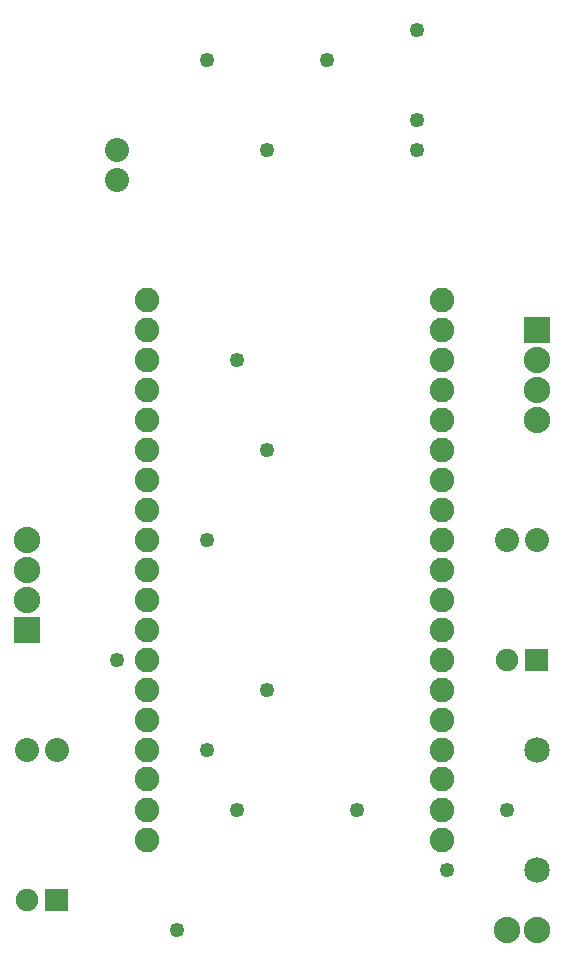
<source format=gbs>
G04 MADE WITH FRITZING*
G04 WWW.FRITZING.ORG*
G04 DOUBLE SIDED*
G04 HOLES PLATED*
G04 CONTOUR ON CENTER OF CONTOUR VECTOR*
%ASAXBY*%
%FSLAX23Y23*%
%MOIN*%
%OFA0B0*%
%SFA1.0B1.0*%
%ADD10C,0.088000*%
%ADD11C,0.081824*%
%ADD12C,0.080000*%
%ADD13C,0.075000*%
%ADD14C,0.085000*%
%ADD15C,0.049370*%
%ADD16R,0.088000X0.088000*%
%ADD17C,0.030000*%
%ADD18R,0.001000X0.001000*%
%LNMASK0*%
G90*
G70*
G54D10*
X116Y1202D03*
X116Y1302D03*
X116Y1402D03*
X116Y1502D03*
G54D11*
X516Y2301D03*
X516Y2201D03*
X516Y2102D03*
X516Y2001D03*
X516Y1902D03*
X516Y1802D03*
X516Y1701D03*
X516Y1602D03*
X516Y1502D03*
X516Y1402D03*
X516Y1302D03*
X516Y1201D03*
X516Y1102D03*
X516Y1002D03*
X516Y902D03*
X516Y802D03*
X516Y703D03*
X516Y602D03*
X516Y502D03*
X1502Y502D03*
X1502Y602D03*
X1502Y703D03*
X1502Y802D03*
X1502Y902D03*
X1502Y1002D03*
X1502Y1102D03*
X1502Y1201D03*
X1502Y1302D03*
X1502Y1402D03*
X1502Y1502D03*
X1502Y1602D03*
X1502Y1701D03*
X1502Y1802D03*
X1502Y1902D03*
X1502Y2001D03*
X1502Y2102D03*
X1502Y2201D03*
X1502Y2301D03*
G54D12*
X1716Y1502D03*
X1816Y1502D03*
X216Y802D03*
X116Y802D03*
X416Y2702D03*
X416Y2802D03*
G54D10*
X1816Y202D03*
X1716Y202D03*
X1816Y2202D03*
X1816Y2102D03*
X1816Y2002D03*
X1816Y1902D03*
G54D13*
X116Y302D03*
X216Y302D03*
X1716Y1102D03*
X1816Y1102D03*
G54D14*
X1816Y802D03*
X1816Y402D03*
G54D15*
X1416Y3202D03*
X1416Y2902D03*
X1416Y2802D03*
X1116Y3102D03*
X916Y2802D03*
X716Y3102D03*
X416Y1102D03*
X716Y1502D03*
X1516Y402D03*
X816Y2102D03*
X916Y1802D03*
X916Y1002D03*
X816Y602D03*
X716Y802D03*
X1716Y602D03*
X1216Y602D03*
X616Y202D03*
G54D16*
X116Y1202D03*
X1816Y2202D03*
G54D17*
G36*
X1845Y173D02*
X1787Y173D01*
X1787Y231D01*
X1845Y231D01*
X1845Y173D01*
G37*
D02*
G54D18*
X1778Y1139D02*
X1852Y1139D01*
X1778Y1138D02*
X1852Y1138D01*
X1778Y1137D02*
X1852Y1137D01*
X1778Y1136D02*
X1852Y1136D01*
X1778Y1135D02*
X1852Y1135D01*
X1778Y1134D02*
X1852Y1134D01*
X1778Y1133D02*
X1852Y1133D01*
X1778Y1132D02*
X1852Y1132D01*
X1778Y1131D02*
X1852Y1131D01*
X1778Y1130D02*
X1852Y1130D01*
X1778Y1129D02*
X1852Y1129D01*
X1778Y1128D02*
X1852Y1128D01*
X1778Y1127D02*
X1852Y1127D01*
X1778Y1126D02*
X1852Y1126D01*
X1778Y1125D02*
X1852Y1125D01*
X1778Y1124D02*
X1852Y1124D01*
X1778Y1123D02*
X1852Y1123D01*
X1778Y1122D02*
X1852Y1122D01*
X1778Y1121D02*
X1852Y1121D01*
X1778Y1120D02*
X1852Y1120D01*
X1778Y1119D02*
X1852Y1119D01*
X1778Y1118D02*
X1852Y1118D01*
X1778Y1117D02*
X1852Y1117D01*
X1778Y1116D02*
X1852Y1116D01*
X1778Y1115D02*
X1852Y1115D01*
X1778Y1114D02*
X1852Y1114D01*
X1778Y1113D02*
X1852Y1113D01*
X1778Y1112D02*
X1852Y1112D01*
X1778Y1111D02*
X1812Y1111D01*
X1818Y1111D02*
X1852Y1111D01*
X1778Y1110D02*
X1810Y1110D01*
X1820Y1110D02*
X1852Y1110D01*
X1778Y1109D02*
X1809Y1109D01*
X1822Y1109D02*
X1852Y1109D01*
X1778Y1108D02*
X1808Y1108D01*
X1823Y1108D02*
X1852Y1108D01*
X1778Y1107D02*
X1807Y1107D01*
X1823Y1107D02*
X1852Y1107D01*
X1778Y1106D02*
X1807Y1106D01*
X1824Y1106D02*
X1852Y1106D01*
X1778Y1105D02*
X1806Y1105D01*
X1824Y1105D02*
X1852Y1105D01*
X1778Y1104D02*
X1806Y1104D01*
X1824Y1104D02*
X1852Y1104D01*
X1778Y1103D02*
X1806Y1103D01*
X1825Y1103D02*
X1852Y1103D01*
X1778Y1102D02*
X1806Y1102D01*
X1825Y1102D02*
X1852Y1102D01*
X1778Y1101D02*
X1806Y1101D01*
X1824Y1101D02*
X1852Y1101D01*
X1778Y1100D02*
X1806Y1100D01*
X1824Y1100D02*
X1852Y1100D01*
X1778Y1099D02*
X1807Y1099D01*
X1824Y1099D02*
X1852Y1099D01*
X1778Y1098D02*
X1807Y1098D01*
X1824Y1098D02*
X1852Y1098D01*
X1778Y1097D02*
X1808Y1097D01*
X1823Y1097D02*
X1852Y1097D01*
X1778Y1096D02*
X1809Y1096D01*
X1822Y1096D02*
X1852Y1096D01*
X1778Y1095D02*
X1810Y1095D01*
X1820Y1095D02*
X1852Y1095D01*
X1778Y1094D02*
X1812Y1094D01*
X1818Y1094D02*
X1852Y1094D01*
X1778Y1093D02*
X1852Y1093D01*
X1778Y1092D02*
X1852Y1092D01*
X1778Y1091D02*
X1852Y1091D01*
X1778Y1090D02*
X1852Y1090D01*
X1778Y1089D02*
X1852Y1089D01*
X1778Y1088D02*
X1852Y1088D01*
X1778Y1087D02*
X1852Y1087D01*
X1778Y1086D02*
X1852Y1086D01*
X1778Y1085D02*
X1852Y1085D01*
X1778Y1084D02*
X1852Y1084D01*
X1778Y1083D02*
X1852Y1083D01*
X1778Y1082D02*
X1852Y1082D01*
X1778Y1081D02*
X1852Y1081D01*
X1778Y1080D02*
X1852Y1080D01*
X1778Y1079D02*
X1852Y1079D01*
X1778Y1078D02*
X1852Y1078D01*
X1778Y1077D02*
X1852Y1077D01*
X1778Y1076D02*
X1852Y1076D01*
X1778Y1075D02*
X1852Y1075D01*
X1778Y1074D02*
X1852Y1074D01*
X1778Y1073D02*
X1852Y1073D01*
X1778Y1072D02*
X1852Y1072D01*
X1778Y1071D02*
X1852Y1071D01*
X1778Y1070D02*
X1852Y1070D01*
X1778Y1069D02*
X1852Y1069D01*
X1778Y1068D02*
X1852Y1068D01*
X1778Y1067D02*
X1852Y1067D01*
X1778Y1066D02*
X1852Y1066D01*
X1779Y1065D02*
X1852Y1065D01*
X179Y339D02*
X253Y339D01*
X179Y338D02*
X253Y338D01*
X179Y337D02*
X253Y337D01*
X179Y336D02*
X253Y336D01*
X179Y335D02*
X253Y335D01*
X179Y334D02*
X253Y334D01*
X179Y333D02*
X253Y333D01*
X179Y332D02*
X253Y332D01*
X179Y331D02*
X253Y331D01*
X179Y330D02*
X253Y330D01*
X179Y329D02*
X253Y329D01*
X179Y328D02*
X253Y328D01*
X179Y327D02*
X253Y327D01*
X179Y326D02*
X253Y326D01*
X179Y325D02*
X253Y325D01*
X179Y324D02*
X253Y324D01*
X179Y323D02*
X253Y323D01*
X179Y322D02*
X253Y322D01*
X179Y321D02*
X253Y321D01*
X179Y320D02*
X253Y320D01*
X179Y319D02*
X253Y319D01*
X179Y318D02*
X253Y318D01*
X179Y317D02*
X253Y317D01*
X179Y316D02*
X253Y316D01*
X179Y315D02*
X253Y315D01*
X179Y314D02*
X253Y314D01*
X179Y313D02*
X253Y313D01*
X179Y312D02*
X253Y312D01*
X179Y311D02*
X213Y311D01*
X219Y311D02*
X253Y311D01*
X179Y310D02*
X211Y310D01*
X221Y310D02*
X253Y310D01*
X179Y309D02*
X209Y309D01*
X222Y309D02*
X253Y309D01*
X179Y308D02*
X208Y308D01*
X223Y308D02*
X253Y308D01*
X179Y307D02*
X208Y307D01*
X224Y307D02*
X253Y307D01*
X179Y306D02*
X207Y306D01*
X224Y306D02*
X253Y306D01*
X179Y305D02*
X207Y305D01*
X225Y305D02*
X253Y305D01*
X179Y304D02*
X207Y304D01*
X225Y304D02*
X253Y304D01*
X179Y303D02*
X206Y303D01*
X225Y303D02*
X253Y303D01*
X179Y302D02*
X206Y302D01*
X225Y302D02*
X253Y302D01*
X179Y301D02*
X207Y301D01*
X225Y301D02*
X253Y301D01*
X179Y300D02*
X207Y300D01*
X225Y300D02*
X253Y300D01*
X179Y299D02*
X207Y299D01*
X224Y299D02*
X253Y299D01*
X179Y298D02*
X208Y298D01*
X224Y298D02*
X253Y298D01*
X179Y297D02*
X208Y297D01*
X223Y297D02*
X253Y297D01*
X179Y296D02*
X209Y296D01*
X222Y296D02*
X253Y296D01*
X179Y295D02*
X211Y295D01*
X221Y295D02*
X253Y295D01*
X179Y294D02*
X213Y294D01*
X219Y294D02*
X253Y294D01*
X179Y293D02*
X253Y293D01*
X179Y292D02*
X253Y292D01*
X179Y291D02*
X253Y291D01*
X179Y290D02*
X253Y290D01*
X179Y289D02*
X253Y289D01*
X179Y288D02*
X253Y288D01*
X179Y287D02*
X253Y287D01*
X179Y286D02*
X253Y286D01*
X179Y285D02*
X253Y285D01*
X179Y284D02*
X253Y284D01*
X179Y283D02*
X253Y283D01*
X179Y282D02*
X253Y282D01*
X179Y281D02*
X253Y281D01*
X179Y280D02*
X253Y280D01*
X179Y279D02*
X253Y279D01*
X179Y278D02*
X253Y278D01*
X179Y277D02*
X253Y277D01*
X179Y276D02*
X253Y276D01*
X179Y275D02*
X253Y275D01*
X179Y274D02*
X253Y274D01*
X179Y273D02*
X253Y273D01*
X179Y272D02*
X253Y272D01*
X179Y271D02*
X253Y271D01*
X179Y270D02*
X253Y270D01*
X179Y269D02*
X253Y269D01*
X179Y268D02*
X253Y268D01*
X179Y267D02*
X253Y267D01*
X179Y266D02*
X253Y266D01*
X179Y265D02*
X252Y265D01*
D02*
G04 End of Mask0*
M02*
</source>
